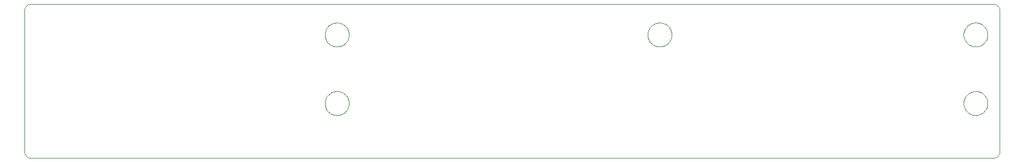
<source format=gko>
G75*
%MOIN*%
%OFA0B0*%
%FSLAX24Y24*%
%IPPOS*%
%LPD*%
%AMOC8*
5,1,8,0,0,1.08239X$1,22.5*
%
%ADD10C,0.0000*%
D10*
X002518Y000574D02*
X057636Y000574D01*
X057636Y000573D02*
X057675Y000575D01*
X057713Y000581D01*
X057750Y000590D01*
X057787Y000603D01*
X057822Y000620D01*
X057855Y000639D01*
X057886Y000662D01*
X057915Y000688D01*
X057941Y000717D01*
X057964Y000748D01*
X057983Y000781D01*
X058000Y000816D01*
X058013Y000853D01*
X058022Y000890D01*
X058028Y000928D01*
X058030Y000967D01*
X058029Y000967D02*
X058029Y009038D01*
X058030Y009038D02*
X058028Y009077D01*
X058022Y009115D01*
X058013Y009152D01*
X058000Y009189D01*
X057983Y009224D01*
X057964Y009257D01*
X057941Y009288D01*
X057915Y009317D01*
X057886Y009343D01*
X057855Y009366D01*
X057822Y009385D01*
X057787Y009402D01*
X057750Y009415D01*
X057713Y009424D01*
X057675Y009430D01*
X057636Y009432D01*
X002518Y009432D01*
X002479Y009430D01*
X002441Y009424D01*
X002404Y009415D01*
X002367Y009402D01*
X002332Y009385D01*
X002299Y009366D01*
X002268Y009343D01*
X002239Y009317D01*
X002213Y009288D01*
X002190Y009257D01*
X002171Y009224D01*
X002154Y009189D01*
X002141Y009152D01*
X002132Y009115D01*
X002126Y009077D01*
X002124Y009038D01*
X002124Y000967D01*
X002126Y000928D01*
X002132Y000890D01*
X002141Y000853D01*
X002154Y000816D01*
X002171Y000781D01*
X002190Y000748D01*
X002213Y000717D01*
X002239Y000688D01*
X002268Y000662D01*
X002299Y000639D01*
X002332Y000620D01*
X002367Y000603D01*
X002404Y000590D01*
X002441Y000581D01*
X002479Y000575D01*
X002518Y000573D01*
X019348Y003723D02*
X019350Y003775D01*
X019356Y003827D01*
X019366Y003878D01*
X019379Y003928D01*
X019397Y003978D01*
X019418Y004025D01*
X019442Y004071D01*
X019471Y004115D01*
X019502Y004157D01*
X019536Y004196D01*
X019573Y004233D01*
X019613Y004266D01*
X019656Y004297D01*
X019700Y004324D01*
X019746Y004348D01*
X019795Y004368D01*
X019844Y004384D01*
X019895Y004397D01*
X019946Y004406D01*
X019998Y004411D01*
X020050Y004412D01*
X020102Y004409D01*
X020154Y004402D01*
X020205Y004391D01*
X020255Y004377D01*
X020304Y004358D01*
X020351Y004336D01*
X020396Y004311D01*
X020440Y004282D01*
X020481Y004250D01*
X020520Y004215D01*
X020555Y004177D01*
X020588Y004136D01*
X020618Y004094D01*
X020644Y004049D01*
X020667Y004002D01*
X020686Y003953D01*
X020702Y003903D01*
X020714Y003853D01*
X020722Y003801D01*
X020726Y003749D01*
X020726Y003697D01*
X020722Y003645D01*
X020714Y003593D01*
X020702Y003543D01*
X020686Y003493D01*
X020667Y003444D01*
X020644Y003397D01*
X020618Y003352D01*
X020588Y003310D01*
X020555Y003269D01*
X020520Y003231D01*
X020481Y003196D01*
X020440Y003164D01*
X020396Y003135D01*
X020351Y003110D01*
X020304Y003088D01*
X020255Y003069D01*
X020205Y003055D01*
X020154Y003044D01*
X020102Y003037D01*
X020050Y003034D01*
X019998Y003035D01*
X019946Y003040D01*
X019895Y003049D01*
X019844Y003062D01*
X019795Y003078D01*
X019746Y003098D01*
X019700Y003122D01*
X019656Y003149D01*
X019613Y003180D01*
X019573Y003213D01*
X019536Y003250D01*
X019502Y003289D01*
X019471Y003331D01*
X019442Y003375D01*
X019418Y003421D01*
X019397Y003468D01*
X019379Y003518D01*
X019366Y003568D01*
X019356Y003619D01*
X019350Y003671D01*
X019348Y003723D01*
X019348Y007660D02*
X019350Y007712D01*
X019356Y007764D01*
X019366Y007815D01*
X019379Y007865D01*
X019397Y007915D01*
X019418Y007962D01*
X019442Y008008D01*
X019471Y008052D01*
X019502Y008094D01*
X019536Y008133D01*
X019573Y008170D01*
X019613Y008203D01*
X019656Y008234D01*
X019700Y008261D01*
X019746Y008285D01*
X019795Y008305D01*
X019844Y008321D01*
X019895Y008334D01*
X019946Y008343D01*
X019998Y008348D01*
X020050Y008349D01*
X020102Y008346D01*
X020154Y008339D01*
X020205Y008328D01*
X020255Y008314D01*
X020304Y008295D01*
X020351Y008273D01*
X020396Y008248D01*
X020440Y008219D01*
X020481Y008187D01*
X020520Y008152D01*
X020555Y008114D01*
X020588Y008073D01*
X020618Y008031D01*
X020644Y007986D01*
X020667Y007939D01*
X020686Y007890D01*
X020702Y007840D01*
X020714Y007790D01*
X020722Y007738D01*
X020726Y007686D01*
X020726Y007634D01*
X020722Y007582D01*
X020714Y007530D01*
X020702Y007480D01*
X020686Y007430D01*
X020667Y007381D01*
X020644Y007334D01*
X020618Y007289D01*
X020588Y007247D01*
X020555Y007206D01*
X020520Y007168D01*
X020481Y007133D01*
X020440Y007101D01*
X020396Y007072D01*
X020351Y007047D01*
X020304Y007025D01*
X020255Y007006D01*
X020205Y006992D01*
X020154Y006981D01*
X020102Y006974D01*
X020050Y006971D01*
X019998Y006972D01*
X019946Y006977D01*
X019895Y006986D01*
X019844Y006999D01*
X019795Y007015D01*
X019746Y007035D01*
X019700Y007059D01*
X019656Y007086D01*
X019613Y007117D01*
X019573Y007150D01*
X019536Y007187D01*
X019502Y007226D01*
X019471Y007268D01*
X019442Y007312D01*
X019418Y007358D01*
X019397Y007405D01*
X019379Y007455D01*
X019366Y007505D01*
X019356Y007556D01*
X019350Y007608D01*
X019348Y007660D01*
X037852Y007660D02*
X037854Y007712D01*
X037860Y007764D01*
X037870Y007815D01*
X037883Y007865D01*
X037901Y007915D01*
X037922Y007962D01*
X037946Y008008D01*
X037975Y008052D01*
X038006Y008094D01*
X038040Y008133D01*
X038077Y008170D01*
X038117Y008203D01*
X038160Y008234D01*
X038204Y008261D01*
X038250Y008285D01*
X038299Y008305D01*
X038348Y008321D01*
X038399Y008334D01*
X038450Y008343D01*
X038502Y008348D01*
X038554Y008349D01*
X038606Y008346D01*
X038658Y008339D01*
X038709Y008328D01*
X038759Y008314D01*
X038808Y008295D01*
X038855Y008273D01*
X038900Y008248D01*
X038944Y008219D01*
X038985Y008187D01*
X039024Y008152D01*
X039059Y008114D01*
X039092Y008073D01*
X039122Y008031D01*
X039148Y007986D01*
X039171Y007939D01*
X039190Y007890D01*
X039206Y007840D01*
X039218Y007790D01*
X039226Y007738D01*
X039230Y007686D01*
X039230Y007634D01*
X039226Y007582D01*
X039218Y007530D01*
X039206Y007480D01*
X039190Y007430D01*
X039171Y007381D01*
X039148Y007334D01*
X039122Y007289D01*
X039092Y007247D01*
X039059Y007206D01*
X039024Y007168D01*
X038985Y007133D01*
X038944Y007101D01*
X038900Y007072D01*
X038855Y007047D01*
X038808Y007025D01*
X038759Y007006D01*
X038709Y006992D01*
X038658Y006981D01*
X038606Y006974D01*
X038554Y006971D01*
X038502Y006972D01*
X038450Y006977D01*
X038399Y006986D01*
X038348Y006999D01*
X038299Y007015D01*
X038250Y007035D01*
X038204Y007059D01*
X038160Y007086D01*
X038117Y007117D01*
X038077Y007150D01*
X038040Y007187D01*
X038006Y007226D01*
X037975Y007268D01*
X037946Y007312D01*
X037922Y007358D01*
X037901Y007405D01*
X037883Y007455D01*
X037870Y007505D01*
X037860Y007556D01*
X037854Y007608D01*
X037852Y007660D01*
X055963Y007660D02*
X055965Y007712D01*
X055971Y007764D01*
X055981Y007815D01*
X055994Y007865D01*
X056012Y007915D01*
X056033Y007962D01*
X056057Y008008D01*
X056086Y008052D01*
X056117Y008094D01*
X056151Y008133D01*
X056188Y008170D01*
X056228Y008203D01*
X056271Y008234D01*
X056315Y008261D01*
X056361Y008285D01*
X056410Y008305D01*
X056459Y008321D01*
X056510Y008334D01*
X056561Y008343D01*
X056613Y008348D01*
X056665Y008349D01*
X056717Y008346D01*
X056769Y008339D01*
X056820Y008328D01*
X056870Y008314D01*
X056919Y008295D01*
X056966Y008273D01*
X057011Y008248D01*
X057055Y008219D01*
X057096Y008187D01*
X057135Y008152D01*
X057170Y008114D01*
X057203Y008073D01*
X057233Y008031D01*
X057259Y007986D01*
X057282Y007939D01*
X057301Y007890D01*
X057317Y007840D01*
X057329Y007790D01*
X057337Y007738D01*
X057341Y007686D01*
X057341Y007634D01*
X057337Y007582D01*
X057329Y007530D01*
X057317Y007480D01*
X057301Y007430D01*
X057282Y007381D01*
X057259Y007334D01*
X057233Y007289D01*
X057203Y007247D01*
X057170Y007206D01*
X057135Y007168D01*
X057096Y007133D01*
X057055Y007101D01*
X057011Y007072D01*
X056966Y007047D01*
X056919Y007025D01*
X056870Y007006D01*
X056820Y006992D01*
X056769Y006981D01*
X056717Y006974D01*
X056665Y006971D01*
X056613Y006972D01*
X056561Y006977D01*
X056510Y006986D01*
X056459Y006999D01*
X056410Y007015D01*
X056361Y007035D01*
X056315Y007059D01*
X056271Y007086D01*
X056228Y007117D01*
X056188Y007150D01*
X056151Y007187D01*
X056117Y007226D01*
X056086Y007268D01*
X056057Y007312D01*
X056033Y007358D01*
X056012Y007405D01*
X055994Y007455D01*
X055981Y007505D01*
X055971Y007556D01*
X055965Y007608D01*
X055963Y007660D01*
X055963Y003723D02*
X055965Y003775D01*
X055971Y003827D01*
X055981Y003878D01*
X055994Y003928D01*
X056012Y003978D01*
X056033Y004025D01*
X056057Y004071D01*
X056086Y004115D01*
X056117Y004157D01*
X056151Y004196D01*
X056188Y004233D01*
X056228Y004266D01*
X056271Y004297D01*
X056315Y004324D01*
X056361Y004348D01*
X056410Y004368D01*
X056459Y004384D01*
X056510Y004397D01*
X056561Y004406D01*
X056613Y004411D01*
X056665Y004412D01*
X056717Y004409D01*
X056769Y004402D01*
X056820Y004391D01*
X056870Y004377D01*
X056919Y004358D01*
X056966Y004336D01*
X057011Y004311D01*
X057055Y004282D01*
X057096Y004250D01*
X057135Y004215D01*
X057170Y004177D01*
X057203Y004136D01*
X057233Y004094D01*
X057259Y004049D01*
X057282Y004002D01*
X057301Y003953D01*
X057317Y003903D01*
X057329Y003853D01*
X057337Y003801D01*
X057341Y003749D01*
X057341Y003697D01*
X057337Y003645D01*
X057329Y003593D01*
X057317Y003543D01*
X057301Y003493D01*
X057282Y003444D01*
X057259Y003397D01*
X057233Y003352D01*
X057203Y003310D01*
X057170Y003269D01*
X057135Y003231D01*
X057096Y003196D01*
X057055Y003164D01*
X057011Y003135D01*
X056966Y003110D01*
X056919Y003088D01*
X056870Y003069D01*
X056820Y003055D01*
X056769Y003044D01*
X056717Y003037D01*
X056665Y003034D01*
X056613Y003035D01*
X056561Y003040D01*
X056510Y003049D01*
X056459Y003062D01*
X056410Y003078D01*
X056361Y003098D01*
X056315Y003122D01*
X056271Y003149D01*
X056228Y003180D01*
X056188Y003213D01*
X056151Y003250D01*
X056117Y003289D01*
X056086Y003331D01*
X056057Y003375D01*
X056033Y003421D01*
X056012Y003468D01*
X055994Y003518D01*
X055981Y003568D01*
X055971Y003619D01*
X055965Y003671D01*
X055963Y003723D01*
M02*

</source>
